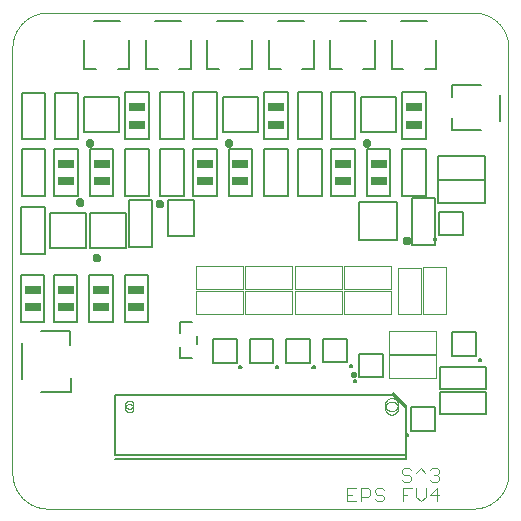
<source format=gto>
G75*
%MOIN*%
%OFA0B0*%
%FSLAX25Y25*%
%IPPOS*%
%LPD*%
%AMOC8*
5,1,8,0,0,1.08239X$1,22.5*
%
%ADD10C,0.00000*%
%ADD11C,0.00591*%
%ADD12C,0.00600*%
%ADD13C,0.01600*%
%ADD14C,0.00300*%
%ADD15C,0.00400*%
%ADD16R,0.05512X0.02559*%
%ADD17C,0.00500*%
D10*
X0013311Y0018636D02*
X0155043Y0018636D01*
X0155328Y0018639D01*
X0155614Y0018650D01*
X0155899Y0018667D01*
X0156183Y0018691D01*
X0156467Y0018722D01*
X0156750Y0018760D01*
X0157031Y0018805D01*
X0157312Y0018856D01*
X0157592Y0018914D01*
X0157870Y0018979D01*
X0158146Y0019051D01*
X0158420Y0019129D01*
X0158693Y0019214D01*
X0158963Y0019306D01*
X0159231Y0019404D01*
X0159497Y0019508D01*
X0159760Y0019619D01*
X0160020Y0019736D01*
X0160278Y0019859D01*
X0160532Y0019989D01*
X0160783Y0020125D01*
X0161031Y0020266D01*
X0161275Y0020414D01*
X0161516Y0020567D01*
X0161752Y0020727D01*
X0161985Y0020892D01*
X0162214Y0021062D01*
X0162439Y0021238D01*
X0162659Y0021420D01*
X0162875Y0021606D01*
X0163086Y0021798D01*
X0163293Y0021995D01*
X0163495Y0022197D01*
X0163692Y0022404D01*
X0163884Y0022615D01*
X0164070Y0022831D01*
X0164252Y0023051D01*
X0164428Y0023276D01*
X0164598Y0023505D01*
X0164763Y0023738D01*
X0164923Y0023974D01*
X0165076Y0024215D01*
X0165224Y0024459D01*
X0165365Y0024707D01*
X0165501Y0024958D01*
X0165631Y0025212D01*
X0165754Y0025470D01*
X0165871Y0025730D01*
X0165982Y0025993D01*
X0166086Y0026259D01*
X0166184Y0026527D01*
X0166276Y0026797D01*
X0166361Y0027070D01*
X0166439Y0027344D01*
X0166511Y0027620D01*
X0166576Y0027898D01*
X0166634Y0028178D01*
X0166685Y0028459D01*
X0166730Y0028740D01*
X0166768Y0029023D01*
X0166799Y0029307D01*
X0166823Y0029591D01*
X0166840Y0029876D01*
X0166851Y0030162D01*
X0166854Y0030447D01*
X0166854Y0172179D01*
X0166851Y0172464D01*
X0166840Y0172750D01*
X0166823Y0173035D01*
X0166799Y0173319D01*
X0166768Y0173603D01*
X0166730Y0173886D01*
X0166685Y0174167D01*
X0166634Y0174448D01*
X0166576Y0174728D01*
X0166511Y0175006D01*
X0166439Y0175282D01*
X0166361Y0175556D01*
X0166276Y0175829D01*
X0166184Y0176099D01*
X0166086Y0176367D01*
X0165982Y0176633D01*
X0165871Y0176896D01*
X0165754Y0177156D01*
X0165631Y0177414D01*
X0165501Y0177668D01*
X0165365Y0177919D01*
X0165224Y0178167D01*
X0165076Y0178411D01*
X0164923Y0178652D01*
X0164763Y0178888D01*
X0164598Y0179121D01*
X0164428Y0179350D01*
X0164252Y0179575D01*
X0164070Y0179795D01*
X0163884Y0180011D01*
X0163692Y0180222D01*
X0163495Y0180429D01*
X0163293Y0180631D01*
X0163086Y0180828D01*
X0162875Y0181020D01*
X0162659Y0181206D01*
X0162439Y0181388D01*
X0162214Y0181564D01*
X0161985Y0181734D01*
X0161752Y0181899D01*
X0161516Y0182059D01*
X0161275Y0182212D01*
X0161031Y0182360D01*
X0160783Y0182501D01*
X0160532Y0182637D01*
X0160278Y0182767D01*
X0160020Y0182890D01*
X0159760Y0183007D01*
X0159497Y0183118D01*
X0159231Y0183222D01*
X0158963Y0183320D01*
X0158693Y0183412D01*
X0158420Y0183497D01*
X0158146Y0183575D01*
X0157870Y0183647D01*
X0157592Y0183712D01*
X0157312Y0183770D01*
X0157031Y0183821D01*
X0156750Y0183866D01*
X0156467Y0183904D01*
X0156183Y0183935D01*
X0155899Y0183959D01*
X0155614Y0183976D01*
X0155328Y0183987D01*
X0155043Y0183990D01*
X0013311Y0183990D01*
X0013026Y0183987D01*
X0012740Y0183976D01*
X0012455Y0183959D01*
X0012171Y0183935D01*
X0011887Y0183904D01*
X0011604Y0183866D01*
X0011323Y0183821D01*
X0011042Y0183770D01*
X0010762Y0183712D01*
X0010484Y0183647D01*
X0010208Y0183575D01*
X0009934Y0183497D01*
X0009661Y0183412D01*
X0009391Y0183320D01*
X0009123Y0183222D01*
X0008857Y0183118D01*
X0008594Y0183007D01*
X0008334Y0182890D01*
X0008076Y0182767D01*
X0007822Y0182637D01*
X0007571Y0182501D01*
X0007323Y0182360D01*
X0007079Y0182212D01*
X0006838Y0182059D01*
X0006602Y0181899D01*
X0006369Y0181734D01*
X0006140Y0181564D01*
X0005915Y0181388D01*
X0005695Y0181206D01*
X0005479Y0181020D01*
X0005268Y0180828D01*
X0005061Y0180631D01*
X0004859Y0180429D01*
X0004662Y0180222D01*
X0004470Y0180011D01*
X0004284Y0179795D01*
X0004102Y0179575D01*
X0003926Y0179350D01*
X0003756Y0179121D01*
X0003591Y0178888D01*
X0003431Y0178652D01*
X0003278Y0178411D01*
X0003130Y0178167D01*
X0002989Y0177919D01*
X0002853Y0177668D01*
X0002723Y0177414D01*
X0002600Y0177156D01*
X0002483Y0176896D01*
X0002372Y0176633D01*
X0002268Y0176367D01*
X0002170Y0176099D01*
X0002078Y0175829D01*
X0001993Y0175556D01*
X0001915Y0175282D01*
X0001843Y0175006D01*
X0001778Y0174728D01*
X0001720Y0174448D01*
X0001669Y0174167D01*
X0001624Y0173886D01*
X0001586Y0173603D01*
X0001555Y0173319D01*
X0001531Y0173035D01*
X0001514Y0172750D01*
X0001503Y0172464D01*
X0001500Y0172179D01*
X0001500Y0030447D01*
X0001503Y0030162D01*
X0001514Y0029876D01*
X0001531Y0029591D01*
X0001555Y0029307D01*
X0001586Y0029023D01*
X0001624Y0028740D01*
X0001669Y0028459D01*
X0001720Y0028178D01*
X0001778Y0027898D01*
X0001843Y0027620D01*
X0001915Y0027344D01*
X0001993Y0027070D01*
X0002078Y0026797D01*
X0002170Y0026527D01*
X0002268Y0026259D01*
X0002372Y0025993D01*
X0002483Y0025730D01*
X0002600Y0025470D01*
X0002723Y0025212D01*
X0002853Y0024958D01*
X0002989Y0024707D01*
X0003130Y0024459D01*
X0003278Y0024215D01*
X0003431Y0023974D01*
X0003591Y0023738D01*
X0003756Y0023505D01*
X0003926Y0023276D01*
X0004102Y0023051D01*
X0004284Y0022831D01*
X0004470Y0022615D01*
X0004662Y0022404D01*
X0004859Y0022197D01*
X0005061Y0021995D01*
X0005268Y0021798D01*
X0005479Y0021606D01*
X0005695Y0021420D01*
X0005915Y0021238D01*
X0006140Y0021062D01*
X0006369Y0020892D01*
X0006602Y0020727D01*
X0006838Y0020567D01*
X0007079Y0020414D01*
X0007323Y0020266D01*
X0007571Y0020125D01*
X0007822Y0019989D01*
X0008076Y0019859D01*
X0008334Y0019736D01*
X0008594Y0019619D01*
X0008857Y0019508D01*
X0009123Y0019404D01*
X0009391Y0019306D01*
X0009661Y0019214D01*
X0009934Y0019129D01*
X0010208Y0019051D01*
X0010484Y0018979D01*
X0010762Y0018914D01*
X0011042Y0018856D01*
X0011323Y0018805D01*
X0011604Y0018760D01*
X0011887Y0018722D01*
X0012171Y0018691D01*
X0012455Y0018667D01*
X0012740Y0018650D01*
X0013026Y0018639D01*
X0013311Y0018636D01*
X0039098Y0052100D02*
X0039100Y0052174D01*
X0039106Y0052248D01*
X0039116Y0052321D01*
X0039130Y0052394D01*
X0039147Y0052466D01*
X0039169Y0052536D01*
X0039194Y0052606D01*
X0039223Y0052674D01*
X0039256Y0052740D01*
X0039292Y0052805D01*
X0039332Y0052867D01*
X0039374Y0052928D01*
X0039420Y0052986D01*
X0039469Y0053041D01*
X0039521Y0053094D01*
X0039576Y0053144D01*
X0039633Y0053190D01*
X0039693Y0053234D01*
X0039755Y0053274D01*
X0039819Y0053311D01*
X0039885Y0053345D01*
X0039953Y0053375D01*
X0040022Y0053401D01*
X0040093Y0053424D01*
X0040164Y0053442D01*
X0040237Y0053457D01*
X0040310Y0053468D01*
X0040384Y0053475D01*
X0040458Y0053478D01*
X0040531Y0053477D01*
X0040605Y0053472D01*
X0040679Y0053463D01*
X0040752Y0053450D01*
X0040824Y0053433D01*
X0040895Y0053413D01*
X0040965Y0053388D01*
X0041033Y0053360D01*
X0041100Y0053329D01*
X0041165Y0053293D01*
X0041228Y0053255D01*
X0041289Y0053213D01*
X0041348Y0053167D01*
X0041404Y0053119D01*
X0041457Y0053068D01*
X0041507Y0053014D01*
X0041555Y0052957D01*
X0041599Y0052898D01*
X0041641Y0052836D01*
X0041679Y0052773D01*
X0041713Y0052707D01*
X0041744Y0052640D01*
X0041771Y0052571D01*
X0041794Y0052501D01*
X0041814Y0052430D01*
X0041830Y0052357D01*
X0041842Y0052284D01*
X0041850Y0052211D01*
X0041854Y0052137D01*
X0041854Y0052063D01*
X0041850Y0051989D01*
X0041842Y0051916D01*
X0041830Y0051843D01*
X0041814Y0051770D01*
X0041794Y0051699D01*
X0041771Y0051629D01*
X0041744Y0051560D01*
X0041713Y0051493D01*
X0041679Y0051427D01*
X0041641Y0051364D01*
X0041599Y0051302D01*
X0041555Y0051243D01*
X0041507Y0051186D01*
X0041457Y0051132D01*
X0041404Y0051081D01*
X0041348Y0051033D01*
X0041289Y0050987D01*
X0041228Y0050945D01*
X0041165Y0050907D01*
X0041100Y0050871D01*
X0041033Y0050840D01*
X0040965Y0050812D01*
X0040895Y0050787D01*
X0040824Y0050767D01*
X0040752Y0050750D01*
X0040679Y0050737D01*
X0040605Y0050728D01*
X0040531Y0050723D01*
X0040458Y0050722D01*
X0040384Y0050725D01*
X0040310Y0050732D01*
X0040237Y0050743D01*
X0040164Y0050758D01*
X0040093Y0050776D01*
X0040022Y0050799D01*
X0039953Y0050825D01*
X0039885Y0050855D01*
X0039819Y0050889D01*
X0039755Y0050926D01*
X0039693Y0050966D01*
X0039633Y0051010D01*
X0039576Y0051056D01*
X0039521Y0051106D01*
X0039469Y0051159D01*
X0039420Y0051214D01*
X0039374Y0051272D01*
X0039332Y0051333D01*
X0039292Y0051395D01*
X0039256Y0051460D01*
X0039223Y0051526D01*
X0039194Y0051594D01*
X0039169Y0051664D01*
X0039147Y0051734D01*
X0039130Y0051806D01*
X0039116Y0051879D01*
X0039106Y0051952D01*
X0039100Y0052026D01*
X0039098Y0052100D01*
X0039098Y0053281D02*
X0039100Y0053355D01*
X0039106Y0053429D01*
X0039116Y0053502D01*
X0039130Y0053575D01*
X0039147Y0053647D01*
X0039169Y0053717D01*
X0039194Y0053787D01*
X0039223Y0053855D01*
X0039256Y0053921D01*
X0039292Y0053986D01*
X0039332Y0054048D01*
X0039374Y0054109D01*
X0039420Y0054167D01*
X0039469Y0054222D01*
X0039521Y0054275D01*
X0039576Y0054325D01*
X0039633Y0054371D01*
X0039693Y0054415D01*
X0039755Y0054455D01*
X0039819Y0054492D01*
X0039885Y0054526D01*
X0039953Y0054556D01*
X0040022Y0054582D01*
X0040093Y0054605D01*
X0040164Y0054623D01*
X0040237Y0054638D01*
X0040310Y0054649D01*
X0040384Y0054656D01*
X0040458Y0054659D01*
X0040531Y0054658D01*
X0040605Y0054653D01*
X0040679Y0054644D01*
X0040752Y0054631D01*
X0040824Y0054614D01*
X0040895Y0054594D01*
X0040965Y0054569D01*
X0041033Y0054541D01*
X0041100Y0054510D01*
X0041165Y0054474D01*
X0041228Y0054436D01*
X0041289Y0054394D01*
X0041348Y0054348D01*
X0041404Y0054300D01*
X0041457Y0054249D01*
X0041507Y0054195D01*
X0041555Y0054138D01*
X0041599Y0054079D01*
X0041641Y0054017D01*
X0041679Y0053954D01*
X0041713Y0053888D01*
X0041744Y0053821D01*
X0041771Y0053752D01*
X0041794Y0053682D01*
X0041814Y0053611D01*
X0041830Y0053538D01*
X0041842Y0053465D01*
X0041850Y0053392D01*
X0041854Y0053318D01*
X0041854Y0053244D01*
X0041850Y0053170D01*
X0041842Y0053097D01*
X0041830Y0053024D01*
X0041814Y0052951D01*
X0041794Y0052880D01*
X0041771Y0052810D01*
X0041744Y0052741D01*
X0041713Y0052674D01*
X0041679Y0052608D01*
X0041641Y0052545D01*
X0041599Y0052483D01*
X0041555Y0052424D01*
X0041507Y0052367D01*
X0041457Y0052313D01*
X0041404Y0052262D01*
X0041348Y0052214D01*
X0041289Y0052168D01*
X0041228Y0052126D01*
X0041165Y0052088D01*
X0041100Y0052052D01*
X0041033Y0052021D01*
X0040965Y0051993D01*
X0040895Y0051968D01*
X0040824Y0051948D01*
X0040752Y0051931D01*
X0040679Y0051918D01*
X0040605Y0051909D01*
X0040531Y0051904D01*
X0040458Y0051903D01*
X0040384Y0051906D01*
X0040310Y0051913D01*
X0040237Y0051924D01*
X0040164Y0051939D01*
X0040093Y0051957D01*
X0040022Y0051980D01*
X0039953Y0052006D01*
X0039885Y0052036D01*
X0039819Y0052070D01*
X0039755Y0052107D01*
X0039693Y0052147D01*
X0039633Y0052191D01*
X0039576Y0052237D01*
X0039521Y0052287D01*
X0039469Y0052340D01*
X0039420Y0052395D01*
X0039374Y0052453D01*
X0039332Y0052514D01*
X0039292Y0052576D01*
X0039256Y0052641D01*
X0039223Y0052707D01*
X0039194Y0052775D01*
X0039169Y0052845D01*
X0039147Y0052915D01*
X0039130Y0052987D01*
X0039116Y0053060D01*
X0039106Y0053133D01*
X0039100Y0053207D01*
X0039098Y0053281D01*
X0125713Y0053281D02*
X0125715Y0053374D01*
X0125721Y0053466D01*
X0125731Y0053558D01*
X0125745Y0053649D01*
X0125762Y0053740D01*
X0125784Y0053830D01*
X0125809Y0053919D01*
X0125838Y0054007D01*
X0125871Y0054093D01*
X0125908Y0054178D01*
X0125948Y0054262D01*
X0125992Y0054343D01*
X0126039Y0054423D01*
X0126089Y0054501D01*
X0126143Y0054576D01*
X0126200Y0054649D01*
X0126260Y0054719D01*
X0126323Y0054787D01*
X0126389Y0054852D01*
X0126457Y0054914D01*
X0126528Y0054974D01*
X0126602Y0055030D01*
X0126678Y0055083D01*
X0126756Y0055132D01*
X0126836Y0055179D01*
X0126918Y0055221D01*
X0127002Y0055261D01*
X0127087Y0055296D01*
X0127174Y0055328D01*
X0127262Y0055357D01*
X0127351Y0055381D01*
X0127441Y0055402D01*
X0127532Y0055418D01*
X0127624Y0055431D01*
X0127716Y0055440D01*
X0127809Y0055445D01*
X0127901Y0055446D01*
X0127994Y0055443D01*
X0128086Y0055436D01*
X0128178Y0055425D01*
X0128269Y0055410D01*
X0128360Y0055392D01*
X0128450Y0055369D01*
X0128538Y0055343D01*
X0128626Y0055313D01*
X0128712Y0055279D01*
X0128796Y0055242D01*
X0128879Y0055200D01*
X0128960Y0055156D01*
X0129040Y0055108D01*
X0129117Y0055057D01*
X0129191Y0055002D01*
X0129264Y0054944D01*
X0129334Y0054884D01*
X0129401Y0054820D01*
X0129465Y0054754D01*
X0129527Y0054684D01*
X0129585Y0054613D01*
X0129640Y0054539D01*
X0129692Y0054462D01*
X0129741Y0054383D01*
X0129787Y0054303D01*
X0129829Y0054220D01*
X0129867Y0054136D01*
X0129902Y0054050D01*
X0129933Y0053963D01*
X0129960Y0053875D01*
X0129983Y0053785D01*
X0130003Y0053695D01*
X0130019Y0053604D01*
X0130031Y0053512D01*
X0130039Y0053420D01*
X0130043Y0053327D01*
X0130043Y0053235D01*
X0130039Y0053142D01*
X0130031Y0053050D01*
X0130019Y0052958D01*
X0130003Y0052867D01*
X0129983Y0052777D01*
X0129960Y0052687D01*
X0129933Y0052599D01*
X0129902Y0052512D01*
X0129867Y0052426D01*
X0129829Y0052342D01*
X0129787Y0052259D01*
X0129741Y0052179D01*
X0129692Y0052100D01*
X0129640Y0052023D01*
X0129585Y0051949D01*
X0129527Y0051878D01*
X0129465Y0051808D01*
X0129401Y0051742D01*
X0129334Y0051678D01*
X0129264Y0051618D01*
X0129191Y0051560D01*
X0129117Y0051505D01*
X0129040Y0051454D01*
X0128961Y0051406D01*
X0128879Y0051362D01*
X0128796Y0051320D01*
X0128712Y0051283D01*
X0128626Y0051249D01*
X0128538Y0051219D01*
X0128450Y0051193D01*
X0128360Y0051170D01*
X0128269Y0051152D01*
X0128178Y0051137D01*
X0128086Y0051126D01*
X0127994Y0051119D01*
X0127901Y0051116D01*
X0127809Y0051117D01*
X0127716Y0051122D01*
X0127624Y0051131D01*
X0127532Y0051144D01*
X0127441Y0051160D01*
X0127351Y0051181D01*
X0127262Y0051205D01*
X0127174Y0051234D01*
X0127087Y0051266D01*
X0127002Y0051301D01*
X0126918Y0051341D01*
X0126836Y0051383D01*
X0126756Y0051430D01*
X0126678Y0051479D01*
X0126602Y0051532D01*
X0126528Y0051588D01*
X0126457Y0051648D01*
X0126389Y0051710D01*
X0126323Y0051775D01*
X0126260Y0051843D01*
X0126200Y0051913D01*
X0126143Y0051986D01*
X0126089Y0052061D01*
X0126039Y0052139D01*
X0125992Y0052219D01*
X0125948Y0052300D01*
X0125908Y0052384D01*
X0125871Y0052469D01*
X0125838Y0052555D01*
X0125809Y0052643D01*
X0125784Y0052732D01*
X0125762Y0052822D01*
X0125745Y0052913D01*
X0125731Y0053004D01*
X0125721Y0053096D01*
X0125715Y0053188D01*
X0125713Y0053281D01*
X0125713Y0052100D02*
X0125715Y0052193D01*
X0125721Y0052285D01*
X0125731Y0052377D01*
X0125745Y0052468D01*
X0125762Y0052559D01*
X0125784Y0052649D01*
X0125809Y0052738D01*
X0125838Y0052826D01*
X0125871Y0052912D01*
X0125908Y0052997D01*
X0125948Y0053081D01*
X0125992Y0053162D01*
X0126039Y0053242D01*
X0126089Y0053320D01*
X0126143Y0053395D01*
X0126200Y0053468D01*
X0126260Y0053538D01*
X0126323Y0053606D01*
X0126389Y0053671D01*
X0126457Y0053733D01*
X0126528Y0053793D01*
X0126602Y0053849D01*
X0126678Y0053902D01*
X0126756Y0053951D01*
X0126836Y0053998D01*
X0126918Y0054040D01*
X0127002Y0054080D01*
X0127087Y0054115D01*
X0127174Y0054147D01*
X0127262Y0054176D01*
X0127351Y0054200D01*
X0127441Y0054221D01*
X0127532Y0054237D01*
X0127624Y0054250D01*
X0127716Y0054259D01*
X0127809Y0054264D01*
X0127901Y0054265D01*
X0127994Y0054262D01*
X0128086Y0054255D01*
X0128178Y0054244D01*
X0128269Y0054229D01*
X0128360Y0054211D01*
X0128450Y0054188D01*
X0128538Y0054162D01*
X0128626Y0054132D01*
X0128712Y0054098D01*
X0128796Y0054061D01*
X0128879Y0054019D01*
X0128960Y0053975D01*
X0129040Y0053927D01*
X0129117Y0053876D01*
X0129191Y0053821D01*
X0129264Y0053763D01*
X0129334Y0053703D01*
X0129401Y0053639D01*
X0129465Y0053573D01*
X0129527Y0053503D01*
X0129585Y0053432D01*
X0129640Y0053358D01*
X0129692Y0053281D01*
X0129741Y0053202D01*
X0129787Y0053122D01*
X0129829Y0053039D01*
X0129867Y0052955D01*
X0129902Y0052869D01*
X0129933Y0052782D01*
X0129960Y0052694D01*
X0129983Y0052604D01*
X0130003Y0052514D01*
X0130019Y0052423D01*
X0130031Y0052331D01*
X0130039Y0052239D01*
X0130043Y0052146D01*
X0130043Y0052054D01*
X0130039Y0051961D01*
X0130031Y0051869D01*
X0130019Y0051777D01*
X0130003Y0051686D01*
X0129983Y0051596D01*
X0129960Y0051506D01*
X0129933Y0051418D01*
X0129902Y0051331D01*
X0129867Y0051245D01*
X0129829Y0051161D01*
X0129787Y0051078D01*
X0129741Y0050998D01*
X0129692Y0050919D01*
X0129640Y0050842D01*
X0129585Y0050768D01*
X0129527Y0050697D01*
X0129465Y0050627D01*
X0129401Y0050561D01*
X0129334Y0050497D01*
X0129264Y0050437D01*
X0129191Y0050379D01*
X0129117Y0050324D01*
X0129040Y0050273D01*
X0128961Y0050225D01*
X0128879Y0050181D01*
X0128796Y0050139D01*
X0128712Y0050102D01*
X0128626Y0050068D01*
X0128538Y0050038D01*
X0128450Y0050012D01*
X0128360Y0049989D01*
X0128269Y0049971D01*
X0128178Y0049956D01*
X0128086Y0049945D01*
X0127994Y0049938D01*
X0127901Y0049935D01*
X0127809Y0049936D01*
X0127716Y0049941D01*
X0127624Y0049950D01*
X0127532Y0049963D01*
X0127441Y0049979D01*
X0127351Y0050000D01*
X0127262Y0050024D01*
X0127174Y0050053D01*
X0127087Y0050085D01*
X0127002Y0050120D01*
X0126918Y0050160D01*
X0126836Y0050202D01*
X0126756Y0050249D01*
X0126678Y0050298D01*
X0126602Y0050351D01*
X0126528Y0050407D01*
X0126457Y0050467D01*
X0126389Y0050529D01*
X0126323Y0050594D01*
X0126260Y0050662D01*
X0126200Y0050732D01*
X0126143Y0050805D01*
X0126089Y0050880D01*
X0126039Y0050958D01*
X0125992Y0051038D01*
X0125948Y0051119D01*
X0125908Y0051203D01*
X0125871Y0051288D01*
X0125838Y0051374D01*
X0125809Y0051462D01*
X0125784Y0051551D01*
X0125762Y0051641D01*
X0125745Y0051732D01*
X0125731Y0051823D01*
X0125721Y0051915D01*
X0125715Y0052007D01*
X0125713Y0052100D01*
D11*
X0128272Y0056431D02*
X0035752Y0056431D01*
X0035752Y0036352D01*
X0132602Y0036352D01*
X0132602Y0052100D01*
X0128272Y0056431D01*
X0128272Y0057219D02*
X0132602Y0052888D01*
X0132602Y0035171D01*
X0035752Y0035171D01*
D12*
X0057504Y0068815D02*
X0061304Y0068815D01*
X0057504Y0068815D02*
X0057504Y0072415D01*
X0057504Y0077215D02*
X0057504Y0080815D01*
X0061304Y0080815D01*
X0063104Y0076115D02*
X0063104Y0073515D01*
X0046776Y0080841D02*
X0038902Y0080841D01*
X0038902Y0096589D01*
X0046776Y0096589D01*
X0046776Y0080841D01*
X0034965Y0080841D02*
X0034965Y0096589D01*
X0027091Y0096589D01*
X0027091Y0080841D01*
X0034965Y0080841D01*
X0023154Y0080841D02*
X0023154Y0096589D01*
X0015280Y0096589D01*
X0015280Y0080841D01*
X0023154Y0080841D01*
X0012130Y0080841D02*
X0012130Y0096589D01*
X0004256Y0096589D01*
X0004256Y0080841D01*
X0012130Y0080841D01*
X0012228Y0103380D02*
X0004354Y0103380D01*
X0004354Y0119128D01*
X0012228Y0119128D01*
X0012228Y0103380D01*
X0014098Y0105447D02*
X0014098Y0115683D01*
X0014104Y0115052D02*
X0014104Y0117252D01*
X0014098Y0117258D02*
X0025909Y0117258D01*
X0025909Y0105447D01*
X0014098Y0105447D01*
X0014104Y0105452D02*
X0014104Y0107652D01*
X0025904Y0107652D02*
X0025904Y0105452D01*
X0027484Y0105447D02*
X0027484Y0117258D01*
X0039295Y0117258D01*
X0039295Y0105447D01*
X0027484Y0105447D01*
X0027490Y0105452D02*
X0027490Y0107652D01*
X0027490Y0115052D02*
X0027490Y0117252D01*
X0025904Y0117252D02*
X0025904Y0115052D01*
X0027287Y0122770D02*
X0027287Y0138518D01*
X0035161Y0138518D01*
X0035161Y0122770D01*
X0027287Y0122770D01*
X0023350Y0122770D02*
X0015476Y0122770D01*
X0015476Y0138518D01*
X0023350Y0138518D01*
X0023350Y0122770D01*
X0012254Y0122815D02*
X0012254Y0138415D01*
X0004554Y0138415D01*
X0004554Y0122815D01*
X0012254Y0122815D01*
X0012254Y0141815D02*
X0004654Y0141815D01*
X0004654Y0157215D01*
X0012254Y0157215D01*
X0012254Y0141815D01*
X0015554Y0141815D02*
X0015554Y0157315D01*
X0023254Y0157315D01*
X0023254Y0141815D01*
X0015554Y0141815D01*
X0025324Y0144035D02*
X0025324Y0146235D01*
X0025354Y0144015D02*
X0037154Y0144015D01*
X0037154Y0155915D01*
X0025354Y0155915D01*
X0025324Y0155835D02*
X0025324Y0153635D01*
X0025354Y0155815D02*
X0025354Y0144015D01*
X0037124Y0144035D02*
X0037124Y0146235D01*
X0039098Y0141667D02*
X0039098Y0157415D01*
X0046972Y0157415D01*
X0046972Y0141667D01*
X0039098Y0141667D01*
X0039098Y0138518D02*
X0039098Y0122770D01*
X0046972Y0122770D01*
X0046972Y0138518D01*
X0039098Y0138518D01*
X0050713Y0138518D02*
X0058587Y0138518D01*
X0058587Y0122770D01*
X0050713Y0122770D01*
X0050713Y0138518D01*
X0050713Y0141667D02*
X0050713Y0157415D01*
X0058587Y0157415D01*
X0058587Y0141667D01*
X0050713Y0141667D01*
X0061736Y0141667D02*
X0069610Y0141667D01*
X0069610Y0157415D01*
X0061736Y0157415D01*
X0061736Y0141667D01*
X0061736Y0138518D02*
X0069610Y0138518D01*
X0069610Y0122770D01*
X0061736Y0122770D01*
X0061736Y0138518D01*
X0071579Y0144030D02*
X0071579Y0155841D01*
X0083390Y0155841D01*
X0083390Y0144030D01*
X0071579Y0144030D01*
X0071584Y0144035D02*
X0071584Y0146235D01*
X0071584Y0153635D02*
X0071584Y0155835D01*
X0083384Y0155835D02*
X0083384Y0153635D01*
X0085358Y0157415D02*
X0093232Y0157415D01*
X0093232Y0141667D01*
X0085358Y0141667D01*
X0085358Y0157415D01*
X0083384Y0146235D02*
X0083384Y0144035D01*
X0081421Y0138518D02*
X0073547Y0138518D01*
X0073547Y0122770D01*
X0081421Y0122770D01*
X0081421Y0138518D01*
X0085358Y0138518D02*
X0093232Y0138518D01*
X0093232Y0122770D01*
X0085358Y0122770D01*
X0085358Y0138518D01*
X0096776Y0138518D02*
X0104650Y0138518D01*
X0104650Y0122770D01*
X0096776Y0122770D01*
X0096776Y0138518D01*
X0096776Y0141667D02*
X0104650Y0141667D01*
X0104650Y0157415D01*
X0096776Y0157415D01*
X0096776Y0141667D01*
X0107799Y0141667D02*
X0115673Y0141667D01*
X0115673Y0157415D01*
X0107799Y0157415D01*
X0107799Y0141667D01*
X0107799Y0138518D02*
X0115673Y0138518D01*
X0115673Y0122770D01*
X0107799Y0122770D01*
X0107799Y0138518D01*
X0117642Y0144030D02*
X0129453Y0144030D01*
X0129453Y0155841D01*
X0117642Y0155841D01*
X0117647Y0155835D02*
X0117647Y0153635D01*
X0117642Y0153872D02*
X0117642Y0144030D01*
X0117647Y0144035D02*
X0117647Y0146235D01*
X0119610Y0138518D02*
X0127484Y0138518D01*
X0127484Y0122770D01*
X0119610Y0122770D01*
X0119610Y0138518D01*
X0129447Y0144035D02*
X0129447Y0146235D01*
X0131421Y0141667D02*
X0139295Y0141667D01*
X0139295Y0157415D01*
X0131421Y0157415D01*
X0131421Y0141667D01*
X0131421Y0138518D02*
X0139295Y0138518D01*
X0139295Y0122770D01*
X0131421Y0122770D01*
X0131421Y0138518D01*
X0143429Y0136057D02*
X0143429Y0128183D01*
X0143429Y0120506D01*
X0159079Y0120506D01*
X0159079Y0128183D01*
X0159079Y0136057D01*
X0143429Y0136057D01*
X0143429Y0128183D02*
X0159079Y0128183D01*
X0142445Y0122081D02*
X0142445Y0106530D01*
X0134571Y0106530D01*
X0134571Y0122081D01*
X0142445Y0122081D01*
X0129550Y0120702D02*
X0117150Y0120702D01*
X0117130Y0120722D02*
X0117130Y0108281D01*
X0117051Y0108281D01*
X0117150Y0108302D02*
X0129550Y0108302D01*
X0129531Y0108281D02*
X0129531Y0120683D01*
X0129413Y0120683D01*
X0129447Y0153635D02*
X0129447Y0155835D01*
X0061933Y0121589D02*
X0061933Y0109384D01*
X0061146Y0109384D01*
X0061506Y0109386D02*
X0053306Y0109386D01*
X0053232Y0109384D02*
X0053232Y0121589D01*
X0053547Y0121589D01*
X0053306Y0121586D02*
X0061506Y0121586D01*
X0061421Y0121589D02*
X0061933Y0121589D01*
X0053469Y0109384D02*
X0053232Y0109384D01*
X0048154Y0105841D02*
X0048154Y0121589D01*
X0040280Y0121589D01*
X0040280Y0105841D01*
X0048154Y0105841D01*
X0039290Y0105452D02*
X0039290Y0107652D01*
X0039290Y0115052D02*
X0039290Y0117252D01*
X0037124Y0153635D02*
X0037124Y0155835D01*
X0143921Y0065978D02*
X0143921Y0058400D01*
X0159374Y0058400D01*
X0159374Y0065978D01*
X0143921Y0065978D01*
X0143921Y0057612D02*
X0143921Y0050132D01*
X0159472Y0050132D01*
X0159472Y0057612D01*
X0143921Y0057612D01*
D13*
X0114886Y0063321D02*
X0114888Y0063348D01*
X0114894Y0063375D01*
X0114903Y0063401D01*
X0114916Y0063425D01*
X0114932Y0063448D01*
X0114951Y0063467D01*
X0114973Y0063484D01*
X0114997Y0063498D01*
X0115022Y0063508D01*
X0115049Y0063515D01*
X0115076Y0063518D01*
X0115104Y0063517D01*
X0115131Y0063512D01*
X0115157Y0063504D01*
X0115181Y0063492D01*
X0115204Y0063476D01*
X0115225Y0063458D01*
X0115242Y0063437D01*
X0115257Y0063413D01*
X0115268Y0063388D01*
X0115276Y0063362D01*
X0115280Y0063335D01*
X0115280Y0063307D01*
X0115276Y0063280D01*
X0115268Y0063254D01*
X0115257Y0063229D01*
X0115242Y0063205D01*
X0115225Y0063184D01*
X0115204Y0063166D01*
X0115182Y0063150D01*
X0115157Y0063138D01*
X0115131Y0063130D01*
X0115104Y0063125D01*
X0115076Y0063124D01*
X0115049Y0063127D01*
X0115022Y0063134D01*
X0114997Y0063144D01*
X0114973Y0063158D01*
X0114951Y0063175D01*
X0114932Y0063194D01*
X0114916Y0063217D01*
X0114903Y0063241D01*
X0114894Y0063267D01*
X0114888Y0063294D01*
X0114886Y0063321D01*
X0132400Y0108006D02*
X0132402Y0108053D01*
X0132408Y0108099D01*
X0132417Y0108145D01*
X0132431Y0108189D01*
X0132448Y0108233D01*
X0132469Y0108274D01*
X0132493Y0108314D01*
X0132520Y0108352D01*
X0132551Y0108387D01*
X0132584Y0108420D01*
X0132620Y0108450D01*
X0132659Y0108476D01*
X0132699Y0108500D01*
X0132741Y0108519D01*
X0132785Y0108536D01*
X0132830Y0108548D01*
X0132876Y0108557D01*
X0132922Y0108562D01*
X0132969Y0108563D01*
X0133015Y0108560D01*
X0133061Y0108553D01*
X0133107Y0108542D01*
X0133151Y0108528D01*
X0133194Y0108510D01*
X0133235Y0108488D01*
X0133275Y0108463D01*
X0133312Y0108435D01*
X0133347Y0108404D01*
X0133379Y0108370D01*
X0133408Y0108333D01*
X0133433Y0108295D01*
X0133456Y0108254D01*
X0133475Y0108211D01*
X0133490Y0108167D01*
X0133502Y0108122D01*
X0133510Y0108076D01*
X0133514Y0108029D01*
X0133514Y0107983D01*
X0133510Y0107936D01*
X0133502Y0107890D01*
X0133490Y0107845D01*
X0133475Y0107801D01*
X0133456Y0107758D01*
X0133433Y0107717D01*
X0133408Y0107679D01*
X0133379Y0107642D01*
X0133347Y0107608D01*
X0133312Y0107577D01*
X0133275Y0107549D01*
X0133236Y0107524D01*
X0133194Y0107502D01*
X0133151Y0107484D01*
X0133107Y0107470D01*
X0133061Y0107459D01*
X0133015Y0107452D01*
X0132969Y0107449D01*
X0132922Y0107450D01*
X0132876Y0107455D01*
X0132830Y0107464D01*
X0132785Y0107476D01*
X0132741Y0107493D01*
X0132699Y0107512D01*
X0132659Y0107536D01*
X0132620Y0107562D01*
X0132584Y0107592D01*
X0132551Y0107625D01*
X0132520Y0107660D01*
X0132493Y0107698D01*
X0132469Y0107738D01*
X0132448Y0107779D01*
X0132431Y0107823D01*
X0132417Y0107867D01*
X0132408Y0107913D01*
X0132402Y0107959D01*
X0132400Y0108006D01*
X0119053Y0140486D02*
X0119055Y0140533D01*
X0119061Y0140579D01*
X0119070Y0140625D01*
X0119084Y0140669D01*
X0119101Y0140713D01*
X0119122Y0140754D01*
X0119146Y0140794D01*
X0119173Y0140832D01*
X0119204Y0140867D01*
X0119237Y0140900D01*
X0119273Y0140930D01*
X0119312Y0140956D01*
X0119352Y0140980D01*
X0119394Y0140999D01*
X0119438Y0141016D01*
X0119483Y0141028D01*
X0119529Y0141037D01*
X0119575Y0141042D01*
X0119622Y0141043D01*
X0119668Y0141040D01*
X0119714Y0141033D01*
X0119760Y0141022D01*
X0119804Y0141008D01*
X0119847Y0140990D01*
X0119888Y0140968D01*
X0119928Y0140943D01*
X0119965Y0140915D01*
X0120000Y0140884D01*
X0120032Y0140850D01*
X0120061Y0140813D01*
X0120086Y0140775D01*
X0120109Y0140734D01*
X0120128Y0140691D01*
X0120143Y0140647D01*
X0120155Y0140602D01*
X0120163Y0140556D01*
X0120167Y0140509D01*
X0120167Y0140463D01*
X0120163Y0140416D01*
X0120155Y0140370D01*
X0120143Y0140325D01*
X0120128Y0140281D01*
X0120109Y0140238D01*
X0120086Y0140197D01*
X0120061Y0140159D01*
X0120032Y0140122D01*
X0120000Y0140088D01*
X0119965Y0140057D01*
X0119928Y0140029D01*
X0119889Y0140004D01*
X0119847Y0139982D01*
X0119804Y0139964D01*
X0119760Y0139950D01*
X0119714Y0139939D01*
X0119668Y0139932D01*
X0119622Y0139929D01*
X0119575Y0139930D01*
X0119529Y0139935D01*
X0119483Y0139944D01*
X0119438Y0139956D01*
X0119394Y0139973D01*
X0119352Y0139992D01*
X0119312Y0140016D01*
X0119273Y0140042D01*
X0119237Y0140072D01*
X0119204Y0140105D01*
X0119173Y0140140D01*
X0119146Y0140178D01*
X0119122Y0140218D01*
X0119101Y0140259D01*
X0119084Y0140303D01*
X0119070Y0140347D01*
X0119061Y0140393D01*
X0119055Y0140439D01*
X0119053Y0140486D01*
X0072990Y0140486D02*
X0072992Y0140533D01*
X0072998Y0140579D01*
X0073007Y0140625D01*
X0073021Y0140669D01*
X0073038Y0140713D01*
X0073059Y0140754D01*
X0073083Y0140794D01*
X0073110Y0140832D01*
X0073141Y0140867D01*
X0073174Y0140900D01*
X0073210Y0140930D01*
X0073249Y0140956D01*
X0073289Y0140980D01*
X0073331Y0140999D01*
X0073375Y0141016D01*
X0073420Y0141028D01*
X0073466Y0141037D01*
X0073512Y0141042D01*
X0073559Y0141043D01*
X0073605Y0141040D01*
X0073651Y0141033D01*
X0073697Y0141022D01*
X0073741Y0141008D01*
X0073784Y0140990D01*
X0073825Y0140968D01*
X0073865Y0140943D01*
X0073902Y0140915D01*
X0073937Y0140884D01*
X0073969Y0140850D01*
X0073998Y0140813D01*
X0074023Y0140775D01*
X0074046Y0140734D01*
X0074065Y0140691D01*
X0074080Y0140647D01*
X0074092Y0140602D01*
X0074100Y0140556D01*
X0074104Y0140509D01*
X0074104Y0140463D01*
X0074100Y0140416D01*
X0074092Y0140370D01*
X0074080Y0140325D01*
X0074065Y0140281D01*
X0074046Y0140238D01*
X0074023Y0140197D01*
X0073998Y0140159D01*
X0073969Y0140122D01*
X0073937Y0140088D01*
X0073902Y0140057D01*
X0073865Y0140029D01*
X0073826Y0140004D01*
X0073784Y0139982D01*
X0073741Y0139964D01*
X0073697Y0139950D01*
X0073651Y0139939D01*
X0073605Y0139932D01*
X0073559Y0139929D01*
X0073512Y0139930D01*
X0073466Y0139935D01*
X0073420Y0139944D01*
X0073375Y0139956D01*
X0073331Y0139973D01*
X0073289Y0139992D01*
X0073249Y0140016D01*
X0073210Y0140042D01*
X0073174Y0140072D01*
X0073141Y0140105D01*
X0073110Y0140140D01*
X0073083Y0140178D01*
X0073059Y0140218D01*
X0073038Y0140259D01*
X0073021Y0140303D01*
X0073007Y0140347D01*
X0072998Y0140393D01*
X0072992Y0140439D01*
X0072990Y0140486D01*
X0049919Y0120250D02*
X0049921Y0120297D01*
X0049927Y0120343D01*
X0049936Y0120389D01*
X0049950Y0120433D01*
X0049967Y0120477D01*
X0049988Y0120518D01*
X0050012Y0120558D01*
X0050039Y0120596D01*
X0050070Y0120631D01*
X0050103Y0120664D01*
X0050139Y0120694D01*
X0050178Y0120720D01*
X0050218Y0120744D01*
X0050260Y0120763D01*
X0050304Y0120780D01*
X0050349Y0120792D01*
X0050395Y0120801D01*
X0050441Y0120806D01*
X0050488Y0120807D01*
X0050534Y0120804D01*
X0050580Y0120797D01*
X0050626Y0120786D01*
X0050670Y0120772D01*
X0050713Y0120754D01*
X0050754Y0120732D01*
X0050794Y0120707D01*
X0050831Y0120679D01*
X0050866Y0120648D01*
X0050898Y0120614D01*
X0050927Y0120577D01*
X0050952Y0120539D01*
X0050975Y0120498D01*
X0050994Y0120455D01*
X0051009Y0120411D01*
X0051021Y0120366D01*
X0051029Y0120320D01*
X0051033Y0120273D01*
X0051033Y0120227D01*
X0051029Y0120180D01*
X0051021Y0120134D01*
X0051009Y0120089D01*
X0050994Y0120045D01*
X0050975Y0120002D01*
X0050952Y0119961D01*
X0050927Y0119923D01*
X0050898Y0119886D01*
X0050866Y0119852D01*
X0050831Y0119821D01*
X0050794Y0119793D01*
X0050755Y0119768D01*
X0050713Y0119746D01*
X0050670Y0119728D01*
X0050626Y0119714D01*
X0050580Y0119703D01*
X0050534Y0119696D01*
X0050488Y0119693D01*
X0050441Y0119694D01*
X0050395Y0119699D01*
X0050349Y0119708D01*
X0050304Y0119720D01*
X0050260Y0119737D01*
X0050218Y0119756D01*
X0050178Y0119780D01*
X0050139Y0119806D01*
X0050103Y0119836D01*
X0050070Y0119869D01*
X0050039Y0119904D01*
X0050012Y0119942D01*
X0049988Y0119982D01*
X0049967Y0120023D01*
X0049950Y0120067D01*
X0049936Y0120111D01*
X0049927Y0120157D01*
X0049921Y0120203D01*
X0049919Y0120250D01*
X0028896Y0102297D02*
X0028898Y0102344D01*
X0028904Y0102390D01*
X0028913Y0102436D01*
X0028927Y0102480D01*
X0028944Y0102524D01*
X0028965Y0102565D01*
X0028989Y0102605D01*
X0029016Y0102643D01*
X0029047Y0102678D01*
X0029080Y0102711D01*
X0029116Y0102741D01*
X0029155Y0102767D01*
X0029195Y0102791D01*
X0029237Y0102810D01*
X0029281Y0102827D01*
X0029326Y0102839D01*
X0029372Y0102848D01*
X0029418Y0102853D01*
X0029465Y0102854D01*
X0029511Y0102851D01*
X0029557Y0102844D01*
X0029603Y0102833D01*
X0029647Y0102819D01*
X0029690Y0102801D01*
X0029731Y0102779D01*
X0029771Y0102754D01*
X0029808Y0102726D01*
X0029843Y0102695D01*
X0029875Y0102661D01*
X0029904Y0102624D01*
X0029929Y0102586D01*
X0029952Y0102545D01*
X0029971Y0102502D01*
X0029986Y0102458D01*
X0029998Y0102413D01*
X0030006Y0102367D01*
X0030010Y0102320D01*
X0030010Y0102274D01*
X0030006Y0102227D01*
X0029998Y0102181D01*
X0029986Y0102136D01*
X0029971Y0102092D01*
X0029952Y0102049D01*
X0029929Y0102008D01*
X0029904Y0101970D01*
X0029875Y0101933D01*
X0029843Y0101899D01*
X0029808Y0101868D01*
X0029771Y0101840D01*
X0029732Y0101815D01*
X0029690Y0101793D01*
X0029647Y0101775D01*
X0029603Y0101761D01*
X0029557Y0101750D01*
X0029511Y0101743D01*
X0029465Y0101740D01*
X0029418Y0101741D01*
X0029372Y0101746D01*
X0029326Y0101755D01*
X0029281Y0101767D01*
X0029237Y0101784D01*
X0029195Y0101803D01*
X0029155Y0101827D01*
X0029116Y0101853D01*
X0029080Y0101883D01*
X0029047Y0101916D01*
X0029016Y0101951D01*
X0028989Y0101989D01*
X0028965Y0102029D01*
X0028944Y0102070D01*
X0028927Y0102114D01*
X0028913Y0102158D01*
X0028904Y0102204D01*
X0028898Y0102250D01*
X0028896Y0102297D01*
X0023384Y0120801D02*
X0023386Y0120848D01*
X0023392Y0120894D01*
X0023401Y0120940D01*
X0023415Y0120984D01*
X0023432Y0121028D01*
X0023453Y0121069D01*
X0023477Y0121109D01*
X0023504Y0121147D01*
X0023535Y0121182D01*
X0023568Y0121215D01*
X0023604Y0121245D01*
X0023643Y0121271D01*
X0023683Y0121295D01*
X0023725Y0121314D01*
X0023769Y0121331D01*
X0023814Y0121343D01*
X0023860Y0121352D01*
X0023906Y0121357D01*
X0023953Y0121358D01*
X0023999Y0121355D01*
X0024045Y0121348D01*
X0024091Y0121337D01*
X0024135Y0121323D01*
X0024178Y0121305D01*
X0024219Y0121283D01*
X0024259Y0121258D01*
X0024296Y0121230D01*
X0024331Y0121199D01*
X0024363Y0121165D01*
X0024392Y0121128D01*
X0024417Y0121090D01*
X0024440Y0121049D01*
X0024459Y0121006D01*
X0024474Y0120962D01*
X0024486Y0120917D01*
X0024494Y0120871D01*
X0024498Y0120824D01*
X0024498Y0120778D01*
X0024494Y0120731D01*
X0024486Y0120685D01*
X0024474Y0120640D01*
X0024459Y0120596D01*
X0024440Y0120553D01*
X0024417Y0120512D01*
X0024392Y0120474D01*
X0024363Y0120437D01*
X0024331Y0120403D01*
X0024296Y0120372D01*
X0024259Y0120344D01*
X0024220Y0120319D01*
X0024178Y0120297D01*
X0024135Y0120279D01*
X0024091Y0120265D01*
X0024045Y0120254D01*
X0023999Y0120247D01*
X0023953Y0120244D01*
X0023906Y0120245D01*
X0023860Y0120250D01*
X0023814Y0120259D01*
X0023769Y0120271D01*
X0023725Y0120288D01*
X0023683Y0120307D01*
X0023643Y0120331D01*
X0023604Y0120357D01*
X0023568Y0120387D01*
X0023535Y0120420D01*
X0023504Y0120455D01*
X0023477Y0120493D01*
X0023453Y0120533D01*
X0023432Y0120574D01*
X0023415Y0120618D01*
X0023401Y0120662D01*
X0023392Y0120708D01*
X0023386Y0120754D01*
X0023384Y0120801D01*
X0026730Y0140486D02*
X0026732Y0140533D01*
X0026738Y0140579D01*
X0026747Y0140625D01*
X0026761Y0140669D01*
X0026778Y0140713D01*
X0026799Y0140754D01*
X0026823Y0140794D01*
X0026850Y0140832D01*
X0026881Y0140867D01*
X0026914Y0140900D01*
X0026950Y0140930D01*
X0026989Y0140956D01*
X0027029Y0140980D01*
X0027071Y0140999D01*
X0027115Y0141016D01*
X0027160Y0141028D01*
X0027206Y0141037D01*
X0027252Y0141042D01*
X0027299Y0141043D01*
X0027345Y0141040D01*
X0027391Y0141033D01*
X0027437Y0141022D01*
X0027481Y0141008D01*
X0027524Y0140990D01*
X0027565Y0140968D01*
X0027605Y0140943D01*
X0027642Y0140915D01*
X0027677Y0140884D01*
X0027709Y0140850D01*
X0027738Y0140813D01*
X0027763Y0140775D01*
X0027786Y0140734D01*
X0027805Y0140691D01*
X0027820Y0140647D01*
X0027832Y0140602D01*
X0027840Y0140556D01*
X0027844Y0140509D01*
X0027844Y0140463D01*
X0027840Y0140416D01*
X0027832Y0140370D01*
X0027820Y0140325D01*
X0027805Y0140281D01*
X0027786Y0140238D01*
X0027763Y0140197D01*
X0027738Y0140159D01*
X0027709Y0140122D01*
X0027677Y0140088D01*
X0027642Y0140057D01*
X0027605Y0140029D01*
X0027566Y0140004D01*
X0027524Y0139982D01*
X0027481Y0139964D01*
X0027437Y0139950D01*
X0027391Y0139939D01*
X0027345Y0139932D01*
X0027299Y0139929D01*
X0027252Y0139930D01*
X0027206Y0139935D01*
X0027160Y0139944D01*
X0027115Y0139956D01*
X0027071Y0139973D01*
X0027029Y0139992D01*
X0026989Y0140016D01*
X0026950Y0140042D01*
X0026914Y0140072D01*
X0026881Y0140105D01*
X0026850Y0140140D01*
X0026823Y0140178D01*
X0026799Y0140218D01*
X0026778Y0140259D01*
X0026761Y0140303D01*
X0026747Y0140347D01*
X0026738Y0140393D01*
X0026732Y0140439D01*
X0026730Y0140486D01*
D14*
X0062720Y0099344D02*
X0062720Y0091667D01*
X0078272Y0091667D01*
X0078272Y0099344D01*
X0062720Y0099344D01*
X0062720Y0091077D02*
X0062720Y0083400D01*
X0078272Y0083400D01*
X0078272Y0091077D01*
X0062720Y0091077D01*
X0079157Y0091077D02*
X0079157Y0083400D01*
X0094709Y0083400D01*
X0094709Y0091077D01*
X0079157Y0091077D01*
X0079157Y0091667D02*
X0079157Y0099344D01*
X0094709Y0099344D01*
X0094709Y0091667D01*
X0079157Y0091667D01*
X0095693Y0091667D02*
X0095693Y0099344D01*
X0111244Y0099344D01*
X0111244Y0091667D01*
X0095693Y0091667D01*
X0095693Y0091077D02*
X0095693Y0083400D01*
X0111244Y0083400D01*
X0111244Y0091077D01*
X0095693Y0091077D01*
X0112031Y0091077D02*
X0112031Y0083400D01*
X0127583Y0083400D01*
X0127583Y0091077D01*
X0112031Y0091077D01*
X0112130Y0091667D02*
X0112130Y0099344D01*
X0127681Y0099344D01*
X0127681Y0091667D01*
X0112130Y0091667D01*
X0127091Y0077986D02*
X0127091Y0070309D01*
X0142642Y0070309D01*
X0142642Y0077986D01*
X0127091Y0077986D01*
X0130142Y0083400D02*
X0137819Y0083400D01*
X0137819Y0098951D01*
X0130142Y0098951D01*
X0130142Y0083400D01*
X0138311Y0083498D02*
X0146087Y0083498D01*
X0146087Y0099049D01*
X0138311Y0099049D01*
X0138311Y0083498D01*
X0142642Y0069817D02*
X0127091Y0069817D01*
X0127091Y0062140D01*
X0142642Y0062140D01*
X0142642Y0069817D01*
D15*
X0142934Y0032101D02*
X0141400Y0032101D01*
X0140632Y0031334D01*
X0139098Y0030567D02*
X0137563Y0032101D01*
X0136028Y0030567D01*
X0134494Y0031334D02*
X0133726Y0032101D01*
X0132192Y0032101D01*
X0131424Y0031334D01*
X0131424Y0030567D01*
X0132192Y0029799D01*
X0133726Y0029799D01*
X0134494Y0029032D01*
X0134494Y0028265D01*
X0133726Y0027497D01*
X0132192Y0027497D01*
X0131424Y0028265D01*
X0131533Y0025605D02*
X0134602Y0025605D01*
X0136137Y0025605D02*
X0136137Y0022536D01*
X0137672Y0021001D01*
X0139206Y0022536D01*
X0139206Y0025605D01*
X0140741Y0023303D02*
X0143810Y0023303D01*
X0143043Y0021001D02*
X0143043Y0025605D01*
X0140741Y0023303D01*
X0141400Y0027497D02*
X0140632Y0028265D01*
X0141400Y0027497D02*
X0142934Y0027497D01*
X0143702Y0028265D01*
X0143702Y0029032D01*
X0142934Y0029799D01*
X0142167Y0029799D01*
X0142934Y0029799D02*
X0143702Y0030567D01*
X0143702Y0031334D01*
X0142934Y0032101D01*
X0133068Y0023303D02*
X0131533Y0023303D01*
X0131533Y0021001D02*
X0131533Y0025605D01*
X0125394Y0024838D02*
X0124627Y0025605D01*
X0123092Y0025605D01*
X0122325Y0024838D01*
X0122325Y0024070D01*
X0123092Y0023303D01*
X0124627Y0023303D01*
X0125394Y0022536D01*
X0125394Y0021768D01*
X0124627Y0021001D01*
X0123092Y0021001D01*
X0122325Y0021768D01*
X0120791Y0023303D02*
X0120023Y0022536D01*
X0117721Y0022536D01*
X0117721Y0021001D02*
X0117721Y0025605D01*
X0120023Y0025605D01*
X0120791Y0024838D01*
X0120791Y0023303D01*
X0116187Y0021001D02*
X0113117Y0021001D01*
X0113117Y0025605D01*
X0116187Y0025605D01*
X0114652Y0023303D02*
X0113117Y0023303D01*
D16*
X0042844Y0085835D03*
X0042844Y0091635D03*
X0031022Y0091594D03*
X0031022Y0085794D03*
X0019211Y0085794D03*
X0019211Y0091594D03*
X0008199Y0091635D03*
X0008199Y0085835D03*
X0019419Y0127764D03*
X0019419Y0133564D03*
X0031219Y0133523D03*
X0031219Y0127723D03*
X0043041Y0146662D03*
X0043041Y0152462D03*
X0065679Y0133564D03*
X0065679Y0127764D03*
X0077478Y0127723D03*
X0077478Y0133523D03*
X0089301Y0146662D03*
X0089301Y0152462D03*
X0111742Y0133564D03*
X0111742Y0127764D03*
X0123541Y0127723D03*
X0123541Y0133523D03*
X0135364Y0146662D03*
X0135364Y0152462D03*
D17*
X0147957Y0155841D02*
X0147957Y0159778D01*
X0157799Y0159778D01*
X0164098Y0156628D02*
X0164098Y0147967D01*
X0157799Y0144817D02*
X0147957Y0144817D01*
X0147957Y0148754D01*
X0142839Y0165093D02*
X0138902Y0165093D01*
X0142839Y0165093D02*
X0142839Y0174935D01*
X0139689Y0181234D02*
X0131028Y0181234D01*
X0127878Y0174935D02*
X0127878Y0165093D01*
X0131815Y0165093D01*
X0122366Y0165093D02*
X0118429Y0165093D01*
X0122366Y0165093D02*
X0122366Y0174935D01*
X0119217Y0181234D02*
X0110555Y0181234D01*
X0107406Y0174935D02*
X0107406Y0165093D01*
X0111343Y0165093D01*
X0101894Y0165093D02*
X0097957Y0165093D01*
X0101894Y0165093D02*
X0101894Y0174935D01*
X0098744Y0181234D02*
X0090083Y0181234D01*
X0086933Y0174935D02*
X0086933Y0165093D01*
X0090870Y0165093D01*
X0081421Y0165093D02*
X0081421Y0174935D01*
X0078272Y0181234D02*
X0069610Y0181234D01*
X0066461Y0174935D02*
X0066461Y0165093D01*
X0070398Y0165093D01*
X0077484Y0165093D02*
X0081421Y0165093D01*
X0060949Y0165093D02*
X0057012Y0165093D01*
X0060949Y0165093D02*
X0060949Y0174935D01*
X0057799Y0181234D02*
X0049138Y0181234D01*
X0045988Y0174935D02*
X0045988Y0165093D01*
X0049925Y0165093D01*
X0040476Y0165093D02*
X0040476Y0174935D01*
X0037327Y0181234D02*
X0028665Y0181234D01*
X0025516Y0174935D02*
X0025516Y0165093D01*
X0029453Y0165093D01*
X0036539Y0165093D02*
X0040476Y0165093D01*
X0020791Y0077888D02*
X0010949Y0077888D01*
X0004650Y0073951D02*
X0004650Y0061746D01*
X0010949Y0057415D02*
X0021185Y0057415D01*
X0021185Y0062140D01*
X0020791Y0073163D02*
X0020791Y0077888D01*
X0068331Y0075033D02*
X0068331Y0067159D01*
X0076205Y0067159D01*
X0076205Y0075033D01*
X0068331Y0075033D01*
X0077090Y0065781D02*
X0077092Y0065820D01*
X0077098Y0065859D01*
X0077108Y0065897D01*
X0077121Y0065934D01*
X0077138Y0065969D01*
X0077158Y0066003D01*
X0077182Y0066034D01*
X0077209Y0066063D01*
X0077238Y0066089D01*
X0077270Y0066112D01*
X0077304Y0066132D01*
X0077340Y0066148D01*
X0077377Y0066160D01*
X0077416Y0066169D01*
X0077455Y0066174D01*
X0077494Y0066175D01*
X0077533Y0066172D01*
X0077572Y0066165D01*
X0077609Y0066154D01*
X0077646Y0066140D01*
X0077681Y0066122D01*
X0077714Y0066101D01*
X0077745Y0066076D01*
X0077773Y0066049D01*
X0077798Y0066019D01*
X0077820Y0065986D01*
X0077839Y0065952D01*
X0077854Y0065916D01*
X0077866Y0065878D01*
X0077874Y0065840D01*
X0077878Y0065801D01*
X0077878Y0065761D01*
X0077874Y0065722D01*
X0077866Y0065684D01*
X0077854Y0065646D01*
X0077839Y0065610D01*
X0077820Y0065576D01*
X0077798Y0065543D01*
X0077773Y0065513D01*
X0077745Y0065486D01*
X0077714Y0065461D01*
X0077681Y0065440D01*
X0077646Y0065422D01*
X0077609Y0065408D01*
X0077572Y0065397D01*
X0077533Y0065390D01*
X0077494Y0065387D01*
X0077455Y0065388D01*
X0077416Y0065393D01*
X0077377Y0065402D01*
X0077340Y0065414D01*
X0077304Y0065430D01*
X0077270Y0065450D01*
X0077238Y0065473D01*
X0077209Y0065499D01*
X0077182Y0065528D01*
X0077158Y0065559D01*
X0077138Y0065593D01*
X0077121Y0065628D01*
X0077108Y0065665D01*
X0077098Y0065703D01*
X0077092Y0065742D01*
X0077090Y0065781D01*
X0080535Y0067159D02*
X0080535Y0075033D01*
X0088409Y0075033D01*
X0088409Y0067159D01*
X0080535Y0067159D01*
X0089295Y0065781D02*
X0089297Y0065820D01*
X0089303Y0065859D01*
X0089313Y0065897D01*
X0089326Y0065934D01*
X0089343Y0065969D01*
X0089363Y0066003D01*
X0089387Y0066034D01*
X0089414Y0066063D01*
X0089443Y0066089D01*
X0089475Y0066112D01*
X0089509Y0066132D01*
X0089545Y0066148D01*
X0089582Y0066160D01*
X0089621Y0066169D01*
X0089660Y0066174D01*
X0089699Y0066175D01*
X0089738Y0066172D01*
X0089777Y0066165D01*
X0089814Y0066154D01*
X0089851Y0066140D01*
X0089886Y0066122D01*
X0089919Y0066101D01*
X0089950Y0066076D01*
X0089978Y0066049D01*
X0090003Y0066019D01*
X0090025Y0065986D01*
X0090044Y0065952D01*
X0090059Y0065916D01*
X0090071Y0065878D01*
X0090079Y0065840D01*
X0090083Y0065801D01*
X0090083Y0065761D01*
X0090079Y0065722D01*
X0090071Y0065684D01*
X0090059Y0065646D01*
X0090044Y0065610D01*
X0090025Y0065576D01*
X0090003Y0065543D01*
X0089978Y0065513D01*
X0089950Y0065486D01*
X0089919Y0065461D01*
X0089886Y0065440D01*
X0089851Y0065422D01*
X0089814Y0065408D01*
X0089777Y0065397D01*
X0089738Y0065390D01*
X0089699Y0065387D01*
X0089660Y0065388D01*
X0089621Y0065393D01*
X0089582Y0065402D01*
X0089545Y0065414D01*
X0089509Y0065430D01*
X0089475Y0065450D01*
X0089443Y0065473D01*
X0089414Y0065499D01*
X0089387Y0065528D01*
X0089363Y0065559D01*
X0089343Y0065593D01*
X0089326Y0065628D01*
X0089313Y0065665D01*
X0089303Y0065703D01*
X0089297Y0065742D01*
X0089295Y0065781D01*
X0092740Y0067159D02*
X0092740Y0075033D01*
X0100614Y0075033D01*
X0100614Y0067159D01*
X0092740Y0067159D01*
X0101500Y0065781D02*
X0101502Y0065820D01*
X0101508Y0065859D01*
X0101518Y0065897D01*
X0101531Y0065934D01*
X0101548Y0065969D01*
X0101568Y0066003D01*
X0101592Y0066034D01*
X0101619Y0066063D01*
X0101648Y0066089D01*
X0101680Y0066112D01*
X0101714Y0066132D01*
X0101750Y0066148D01*
X0101787Y0066160D01*
X0101826Y0066169D01*
X0101865Y0066174D01*
X0101904Y0066175D01*
X0101943Y0066172D01*
X0101982Y0066165D01*
X0102019Y0066154D01*
X0102056Y0066140D01*
X0102091Y0066122D01*
X0102124Y0066101D01*
X0102155Y0066076D01*
X0102183Y0066049D01*
X0102208Y0066019D01*
X0102230Y0065986D01*
X0102249Y0065952D01*
X0102264Y0065916D01*
X0102276Y0065878D01*
X0102284Y0065840D01*
X0102288Y0065801D01*
X0102288Y0065761D01*
X0102284Y0065722D01*
X0102276Y0065684D01*
X0102264Y0065646D01*
X0102249Y0065610D01*
X0102230Y0065576D01*
X0102208Y0065543D01*
X0102183Y0065513D01*
X0102155Y0065486D01*
X0102124Y0065461D01*
X0102091Y0065440D01*
X0102056Y0065422D01*
X0102019Y0065408D01*
X0101982Y0065397D01*
X0101943Y0065390D01*
X0101904Y0065387D01*
X0101865Y0065388D01*
X0101826Y0065393D01*
X0101787Y0065402D01*
X0101750Y0065414D01*
X0101714Y0065430D01*
X0101680Y0065450D01*
X0101648Y0065473D01*
X0101619Y0065499D01*
X0101592Y0065528D01*
X0101568Y0065559D01*
X0101548Y0065593D01*
X0101531Y0065628D01*
X0101518Y0065665D01*
X0101508Y0065703D01*
X0101502Y0065742D01*
X0101500Y0065781D01*
X0105142Y0067455D02*
X0105142Y0075329D01*
X0113016Y0075329D01*
X0113016Y0067455D01*
X0105142Y0067455D01*
X0113901Y0066077D02*
X0113903Y0066116D01*
X0113909Y0066155D01*
X0113919Y0066193D01*
X0113932Y0066230D01*
X0113949Y0066265D01*
X0113969Y0066299D01*
X0113993Y0066330D01*
X0114020Y0066359D01*
X0114049Y0066385D01*
X0114081Y0066408D01*
X0114115Y0066428D01*
X0114151Y0066444D01*
X0114188Y0066456D01*
X0114227Y0066465D01*
X0114266Y0066470D01*
X0114305Y0066471D01*
X0114344Y0066468D01*
X0114383Y0066461D01*
X0114420Y0066450D01*
X0114457Y0066436D01*
X0114492Y0066418D01*
X0114525Y0066397D01*
X0114556Y0066372D01*
X0114584Y0066345D01*
X0114609Y0066315D01*
X0114631Y0066282D01*
X0114650Y0066248D01*
X0114665Y0066212D01*
X0114677Y0066174D01*
X0114685Y0066136D01*
X0114689Y0066097D01*
X0114689Y0066057D01*
X0114685Y0066018D01*
X0114677Y0065980D01*
X0114665Y0065942D01*
X0114650Y0065906D01*
X0114631Y0065872D01*
X0114609Y0065839D01*
X0114584Y0065809D01*
X0114556Y0065782D01*
X0114525Y0065757D01*
X0114492Y0065736D01*
X0114457Y0065718D01*
X0114420Y0065704D01*
X0114383Y0065693D01*
X0114344Y0065686D01*
X0114305Y0065683D01*
X0114266Y0065684D01*
X0114227Y0065689D01*
X0114188Y0065698D01*
X0114151Y0065710D01*
X0114115Y0065726D01*
X0114081Y0065746D01*
X0114049Y0065769D01*
X0114020Y0065795D01*
X0113993Y0065824D01*
X0113969Y0065855D01*
X0113949Y0065889D01*
X0113932Y0065924D01*
X0113919Y0065961D01*
X0113909Y0065999D01*
X0113903Y0066038D01*
X0113901Y0066077D01*
X0117150Y0062435D02*
X0125024Y0062435D01*
X0125024Y0070309D01*
X0117150Y0070309D01*
X0117150Y0062435D01*
X0115378Y0061156D02*
X0115380Y0061195D01*
X0115386Y0061234D01*
X0115396Y0061272D01*
X0115409Y0061309D01*
X0115426Y0061344D01*
X0115446Y0061378D01*
X0115470Y0061409D01*
X0115497Y0061438D01*
X0115526Y0061464D01*
X0115558Y0061487D01*
X0115592Y0061507D01*
X0115628Y0061523D01*
X0115665Y0061535D01*
X0115704Y0061544D01*
X0115743Y0061549D01*
X0115782Y0061550D01*
X0115821Y0061547D01*
X0115860Y0061540D01*
X0115897Y0061529D01*
X0115934Y0061515D01*
X0115969Y0061497D01*
X0116002Y0061476D01*
X0116033Y0061451D01*
X0116061Y0061424D01*
X0116086Y0061394D01*
X0116108Y0061361D01*
X0116127Y0061327D01*
X0116142Y0061291D01*
X0116154Y0061253D01*
X0116162Y0061215D01*
X0116166Y0061176D01*
X0116166Y0061136D01*
X0116162Y0061097D01*
X0116154Y0061059D01*
X0116142Y0061021D01*
X0116127Y0060985D01*
X0116108Y0060951D01*
X0116086Y0060918D01*
X0116061Y0060888D01*
X0116033Y0060861D01*
X0116002Y0060836D01*
X0115969Y0060815D01*
X0115934Y0060797D01*
X0115897Y0060783D01*
X0115860Y0060772D01*
X0115821Y0060765D01*
X0115782Y0060762D01*
X0115743Y0060763D01*
X0115704Y0060768D01*
X0115665Y0060777D01*
X0115628Y0060789D01*
X0115592Y0060805D01*
X0115558Y0060825D01*
X0115526Y0060848D01*
X0115497Y0060874D01*
X0115470Y0060903D01*
X0115446Y0060934D01*
X0115426Y0060968D01*
X0115409Y0061003D01*
X0115396Y0061040D01*
X0115386Y0061078D01*
X0115380Y0061117D01*
X0115378Y0061156D01*
X0132602Y0043242D02*
X0132604Y0043281D01*
X0132610Y0043320D01*
X0132620Y0043358D01*
X0132633Y0043395D01*
X0132650Y0043430D01*
X0132670Y0043464D01*
X0132694Y0043495D01*
X0132721Y0043524D01*
X0132750Y0043550D01*
X0132782Y0043573D01*
X0132816Y0043593D01*
X0132852Y0043609D01*
X0132889Y0043621D01*
X0132928Y0043630D01*
X0132967Y0043635D01*
X0133006Y0043636D01*
X0133045Y0043633D01*
X0133084Y0043626D01*
X0133121Y0043615D01*
X0133158Y0043601D01*
X0133193Y0043583D01*
X0133226Y0043562D01*
X0133257Y0043537D01*
X0133285Y0043510D01*
X0133310Y0043480D01*
X0133332Y0043447D01*
X0133351Y0043413D01*
X0133366Y0043377D01*
X0133378Y0043339D01*
X0133386Y0043301D01*
X0133390Y0043262D01*
X0133390Y0043222D01*
X0133386Y0043183D01*
X0133378Y0043145D01*
X0133366Y0043107D01*
X0133351Y0043071D01*
X0133332Y0043037D01*
X0133310Y0043004D01*
X0133285Y0042974D01*
X0133257Y0042947D01*
X0133226Y0042922D01*
X0133193Y0042901D01*
X0133158Y0042883D01*
X0133121Y0042869D01*
X0133084Y0042858D01*
X0133045Y0042851D01*
X0133006Y0042848D01*
X0132967Y0042849D01*
X0132928Y0042854D01*
X0132889Y0042863D01*
X0132852Y0042875D01*
X0132816Y0042891D01*
X0132782Y0042911D01*
X0132750Y0042934D01*
X0132721Y0042960D01*
X0132694Y0042989D01*
X0132670Y0043020D01*
X0132650Y0043054D01*
X0132633Y0043089D01*
X0132620Y0043126D01*
X0132610Y0043164D01*
X0132604Y0043203D01*
X0132602Y0043242D01*
X0134374Y0044522D02*
X0142248Y0044522D01*
X0142248Y0052396D01*
X0134374Y0052396D01*
X0134374Y0044522D01*
X0148154Y0069620D02*
X0148154Y0077494D01*
X0156028Y0077494D01*
X0156028Y0069620D01*
X0148154Y0069620D01*
X0156913Y0068242D02*
X0156915Y0068281D01*
X0156921Y0068320D01*
X0156931Y0068358D01*
X0156944Y0068395D01*
X0156961Y0068430D01*
X0156981Y0068464D01*
X0157005Y0068495D01*
X0157032Y0068524D01*
X0157061Y0068550D01*
X0157093Y0068573D01*
X0157127Y0068593D01*
X0157163Y0068609D01*
X0157200Y0068621D01*
X0157239Y0068630D01*
X0157278Y0068635D01*
X0157317Y0068636D01*
X0157356Y0068633D01*
X0157395Y0068626D01*
X0157432Y0068615D01*
X0157469Y0068601D01*
X0157504Y0068583D01*
X0157537Y0068562D01*
X0157568Y0068537D01*
X0157596Y0068510D01*
X0157621Y0068480D01*
X0157643Y0068447D01*
X0157662Y0068413D01*
X0157677Y0068377D01*
X0157689Y0068339D01*
X0157697Y0068301D01*
X0157701Y0068262D01*
X0157701Y0068222D01*
X0157697Y0068183D01*
X0157689Y0068145D01*
X0157677Y0068107D01*
X0157662Y0068071D01*
X0157643Y0068037D01*
X0157621Y0068004D01*
X0157596Y0067974D01*
X0157568Y0067947D01*
X0157537Y0067922D01*
X0157504Y0067901D01*
X0157469Y0067883D01*
X0157432Y0067869D01*
X0157395Y0067858D01*
X0157356Y0067851D01*
X0157317Y0067848D01*
X0157278Y0067849D01*
X0157239Y0067854D01*
X0157200Y0067863D01*
X0157163Y0067875D01*
X0157127Y0067891D01*
X0157093Y0067911D01*
X0157061Y0067934D01*
X0157032Y0067960D01*
X0157005Y0067989D01*
X0156981Y0068020D01*
X0156961Y0068054D01*
X0156944Y0068089D01*
X0156931Y0068126D01*
X0156921Y0068164D01*
X0156915Y0068203D01*
X0156913Y0068242D01*
X0141952Y0108498D02*
X0141954Y0108537D01*
X0141960Y0108576D01*
X0141970Y0108614D01*
X0141983Y0108651D01*
X0142000Y0108686D01*
X0142020Y0108720D01*
X0142044Y0108751D01*
X0142071Y0108780D01*
X0142100Y0108806D01*
X0142132Y0108829D01*
X0142166Y0108849D01*
X0142202Y0108865D01*
X0142239Y0108877D01*
X0142278Y0108886D01*
X0142317Y0108891D01*
X0142356Y0108892D01*
X0142395Y0108889D01*
X0142434Y0108882D01*
X0142471Y0108871D01*
X0142508Y0108857D01*
X0142543Y0108839D01*
X0142576Y0108818D01*
X0142607Y0108793D01*
X0142635Y0108766D01*
X0142660Y0108736D01*
X0142682Y0108703D01*
X0142701Y0108669D01*
X0142716Y0108633D01*
X0142728Y0108595D01*
X0142736Y0108557D01*
X0142740Y0108518D01*
X0142740Y0108478D01*
X0142736Y0108439D01*
X0142728Y0108401D01*
X0142716Y0108363D01*
X0142701Y0108327D01*
X0142682Y0108293D01*
X0142660Y0108260D01*
X0142635Y0108230D01*
X0142607Y0108203D01*
X0142576Y0108178D01*
X0142543Y0108157D01*
X0142508Y0108139D01*
X0142471Y0108125D01*
X0142434Y0108114D01*
X0142395Y0108107D01*
X0142356Y0108104D01*
X0142317Y0108105D01*
X0142278Y0108110D01*
X0142239Y0108119D01*
X0142202Y0108131D01*
X0142166Y0108147D01*
X0142132Y0108167D01*
X0142100Y0108190D01*
X0142071Y0108216D01*
X0142044Y0108245D01*
X0142020Y0108276D01*
X0142000Y0108310D01*
X0141983Y0108345D01*
X0141970Y0108382D01*
X0141960Y0108420D01*
X0141954Y0108459D01*
X0141952Y0108498D01*
X0143724Y0109778D02*
X0151598Y0109778D01*
X0151598Y0117652D01*
X0143724Y0117652D01*
X0143724Y0109778D01*
M02*

</source>
